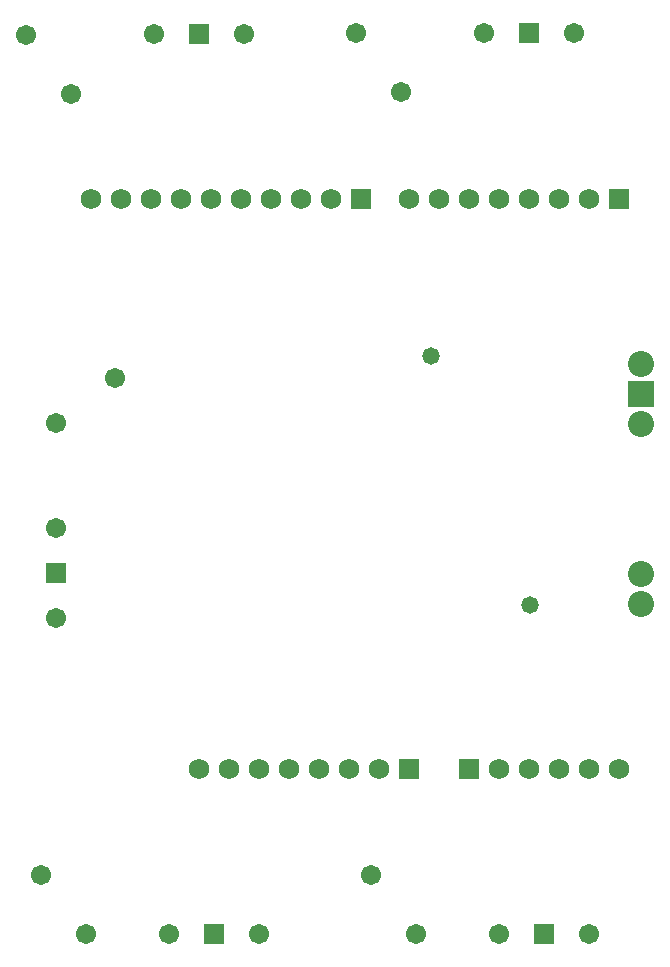
<source format=gbs>
G04*
G04 #@! TF.GenerationSoftware,Altium Limited,Altium Designer,22.9.1 (49)*
G04*
G04 Layer_Color=16711935*
%FSLAX25Y25*%
%MOIN*%
G70*
G04*
G04 #@! TF.SameCoordinates,BFF4783A-9A9A-4BA5-AF34-FCE32B05B8FC*
G04*
G04*
G04 #@! TF.FilePolarity,Negative*
G04*
G01*
G75*
%ADD21C,0.06706*%
%ADD22R,0.06706X0.06706*%
%ADD23C,0.08674*%
%ADD24R,0.08674X0.08674*%
%ADD25R,0.06706X0.06706*%
%ADD26C,0.06800*%
%ADD27R,0.06800X0.06800*%
%ADD28C,0.05800*%
D21*
X95000Y255000D02*
D03*
X125000D02*
D03*
X162657Y255118D02*
D03*
X177657Y235433D02*
D03*
X205157Y255118D02*
D03*
X235157D02*
D03*
X52500Y254685D02*
D03*
X67500Y235000D02*
D03*
X240000Y-45000D02*
D03*
X210000D02*
D03*
X182500D02*
D03*
X167500Y-25315D02*
D03*
X130000Y-45000D02*
D03*
X100000D02*
D03*
X72342Y-45118D02*
D03*
X57342Y-25433D02*
D03*
X62382Y60157D02*
D03*
Y90157D02*
D03*
X62382Y125157D02*
D03*
X82067Y140157D02*
D03*
D22*
X110000Y255000D02*
D03*
X220157Y255118D02*
D03*
X225000Y-45000D02*
D03*
X115000D02*
D03*
D23*
X257500Y65000D02*
D03*
Y75000D02*
D03*
Y125000D02*
D03*
Y145000D02*
D03*
D24*
Y135000D02*
D03*
D25*
X62382Y75157D02*
D03*
D26*
X160000Y10000D02*
D03*
X170000D02*
D03*
X110000D02*
D03*
X120000D02*
D03*
X130000D02*
D03*
X140000D02*
D03*
X150000D02*
D03*
X230000Y200000D02*
D03*
X240000D02*
D03*
X180000D02*
D03*
X190000D02*
D03*
X200000D02*
D03*
X210000D02*
D03*
X220000D02*
D03*
X74000D02*
D03*
X84000D02*
D03*
X94000D02*
D03*
X104000D02*
D03*
X114000D02*
D03*
X124000D02*
D03*
X134000D02*
D03*
X144000D02*
D03*
X154000D02*
D03*
X250000Y10000D02*
D03*
X240000D02*
D03*
X230000D02*
D03*
X220000D02*
D03*
X210000D02*
D03*
D27*
X180000D02*
D03*
X250000Y200000D02*
D03*
X164000D02*
D03*
X200000Y10000D02*
D03*
D28*
X187500Y147500D02*
D03*
X220328Y64672D02*
D03*
M02*

</source>
